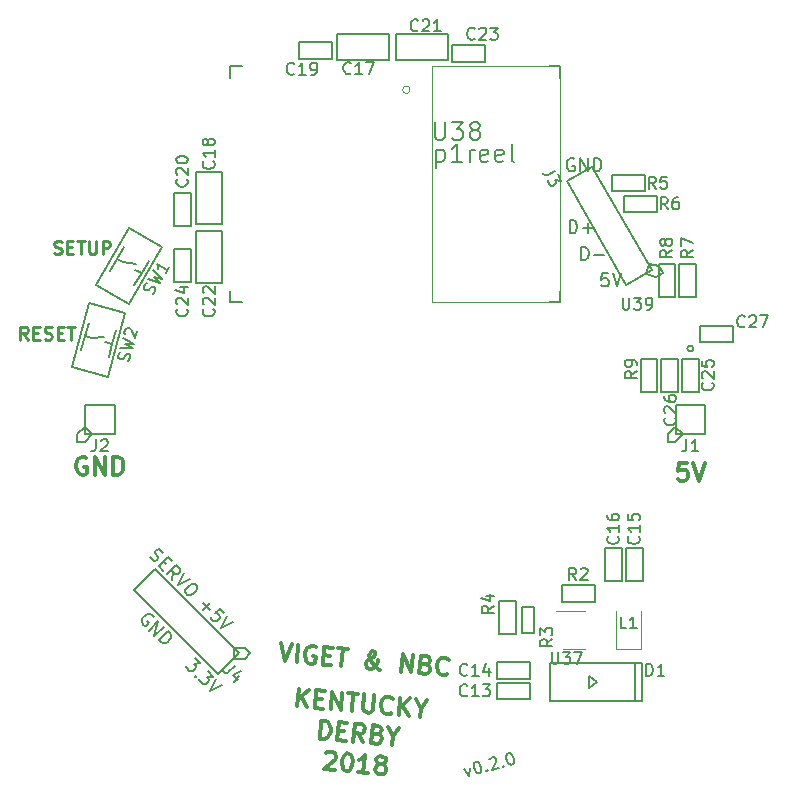
<source format=gbr>
G04 #@! TF.FileFunction,Legend,Top*
%FSLAX46Y46*%
G04 Gerber Fmt 4.6, Leading zero omitted, Abs format (unit mm)*
G04 Created by KiCad (PCBNEW 4.0.7) date Tuesday, April 03, 2018 'AMt' 10:26:05 AM*
%MOMM*%
%LPD*%
G01*
G04 APERTURE LIST*
%ADD10C,0.100000*%
%ADD11C,0.200000*%
%ADD12C,0.275000*%
%ADD13C,0.300000*%
%ADD14C,0.127000*%
%ADD15C,0.120000*%
%ADD16C,0.066040*%
%ADD17C,0.150000*%
%ADD18C,0.152400*%
G04 APERTURE END LIST*
D10*
D11*
X82027741Y-119175846D02*
X82509247Y-119657352D01*
X81953663Y-119694391D01*
X82064780Y-119805508D01*
X82101819Y-119916624D01*
X82101819Y-119990702D01*
X82064780Y-120101819D01*
X81879585Y-120287013D01*
X81768469Y-120324052D01*
X81694391Y-120324052D01*
X81583274Y-120287013D01*
X81361041Y-120064780D01*
X81324002Y-119953663D01*
X81324002Y-119879585D01*
X82138858Y-120694442D02*
X82138858Y-120768520D01*
X82064780Y-120768520D01*
X82064780Y-120694442D01*
X82138858Y-120694442D01*
X82064780Y-120768520D01*
X83138909Y-120287014D02*
X83620415Y-120768520D01*
X83064832Y-120805560D01*
X83175948Y-120916676D01*
X83212987Y-121027793D01*
X83212987Y-121101870D01*
X83175948Y-121212987D01*
X82990754Y-121398181D01*
X82879637Y-121435220D01*
X82805559Y-121435220D01*
X82694442Y-121398181D01*
X82472209Y-121175948D01*
X82435170Y-121064832D01*
X82435170Y-120990754D01*
X83842649Y-120990754D02*
X83324104Y-122027844D01*
X84361194Y-121509298D01*
X82694391Y-114555508D02*
X83287014Y-115148130D01*
X82694391Y-115148130D02*
X83287013Y-114555508D01*
X84509298Y-115407403D02*
X84138909Y-115037014D01*
X83731481Y-115370365D01*
X83805559Y-115370365D01*
X83916676Y-115407404D01*
X84101870Y-115592598D01*
X84138909Y-115703715D01*
X84138909Y-115777793D01*
X84101870Y-115888909D01*
X83916676Y-116074104D01*
X83805559Y-116111142D01*
X83731481Y-116111142D01*
X83620364Y-116074104D01*
X83435170Y-115888909D01*
X83398131Y-115777793D01*
X83398131Y-115703715D01*
X84768571Y-115666676D02*
X84250026Y-116703766D01*
X85287116Y-116185220D01*
X78546286Y-115768469D02*
X78509247Y-115657352D01*
X78398130Y-115546235D01*
X78249975Y-115472158D01*
X78101819Y-115472158D01*
X77990702Y-115509197D01*
X77805508Y-115620313D01*
X77694391Y-115731430D01*
X77583275Y-115916624D01*
X77546236Y-116027741D01*
X77546236Y-116175897D01*
X77620313Y-116324052D01*
X77694391Y-116398130D01*
X77842547Y-116472208D01*
X77916624Y-116472208D01*
X78175897Y-116212935D01*
X78027741Y-116064780D01*
X78175897Y-116879637D02*
X78953715Y-116101819D01*
X78620364Y-117324104D01*
X79398181Y-116546286D01*
X78990754Y-117694493D02*
X79768571Y-116916676D01*
X79953766Y-117101870D01*
X80027843Y-117250026D01*
X80027843Y-117398181D01*
X79990804Y-117509298D01*
X79879687Y-117694493D01*
X79768571Y-117805609D01*
X79583376Y-117916726D01*
X79472259Y-117953765D01*
X79324104Y-117953765D01*
X79175948Y-117879688D01*
X78990754Y-117694493D01*
X78231379Y-110611041D02*
X78305457Y-110759197D01*
X78490651Y-110944391D01*
X78601768Y-110981430D01*
X78675846Y-110981430D01*
X78786963Y-110944391D01*
X78861041Y-110870313D01*
X78898080Y-110759196D01*
X78898080Y-110685118D01*
X78861040Y-110574002D01*
X78749924Y-110388808D01*
X78712885Y-110277691D01*
X78712885Y-110203613D01*
X78749924Y-110092496D01*
X78824002Y-110018418D01*
X78935119Y-109981379D01*
X79009197Y-109981379D01*
X79120313Y-110018418D01*
X79305508Y-110203612D01*
X79379585Y-110351768D01*
X79379585Y-111018469D02*
X79638858Y-111277741D01*
X79342547Y-111796286D02*
X78972158Y-111425897D01*
X79749975Y-110648080D01*
X80120364Y-111018469D01*
X80120364Y-112574104D02*
X80231481Y-111944443D01*
X79675897Y-112129637D02*
X80453715Y-111351819D01*
X80750026Y-111648130D01*
X80787065Y-111759247D01*
X80787065Y-111833325D01*
X80750026Y-111944442D01*
X80638909Y-112055559D01*
X80527792Y-112092598D01*
X80453714Y-112092598D01*
X80342597Y-112055559D01*
X80046286Y-111759248D01*
X81120415Y-112018520D02*
X80601870Y-113055610D01*
X81638960Y-112537065D01*
X82046389Y-112944493D02*
X82194544Y-113092648D01*
X82231583Y-113203765D01*
X82231583Y-113351921D01*
X82120466Y-113537116D01*
X81861194Y-113796388D01*
X81675999Y-113907505D01*
X81527843Y-113907505D01*
X81416726Y-113870466D01*
X81268571Y-113722311D01*
X81231532Y-113611194D01*
X81231532Y-113463038D01*
X81342649Y-113277843D01*
X81601921Y-113018571D01*
X81787116Y-112907454D01*
X81935272Y-112907454D01*
X82046389Y-112944493D01*
X104874698Y-128597628D02*
X105277226Y-129179955D01*
X105334663Y-128474381D01*
X105800347Y-128004509D02*
X105892341Y-127979859D01*
X105996658Y-128001206D01*
X106054980Y-128034878D01*
X106125625Y-128114546D01*
X106220921Y-128286207D01*
X106282544Y-128516190D01*
X106285847Y-128712501D01*
X106264500Y-128816818D01*
X106230828Y-128875139D01*
X106151160Y-128945785D01*
X106059166Y-128970435D01*
X105954849Y-128949088D01*
X105896527Y-128915416D01*
X105825882Y-128835748D01*
X105730586Y-128664087D01*
X105668963Y-128434104D01*
X105665660Y-128237794D01*
X105687007Y-128133476D01*
X105720679Y-128075155D01*
X105800347Y-128004509D01*
X106770460Y-128681247D02*
X106828782Y-128714918D01*
X106795110Y-128773239D01*
X106736789Y-128739568D01*
X106770460Y-128681247D01*
X106795110Y-128773239D01*
X106974908Y-127788384D02*
X107008580Y-127730063D01*
X107088248Y-127659417D01*
X107318231Y-127597793D01*
X107422549Y-127619140D01*
X107480870Y-127652812D01*
X107551515Y-127732480D01*
X107576165Y-127824473D01*
X107567143Y-127974787D01*
X107163081Y-128674642D01*
X107761036Y-128514420D01*
X108150354Y-128311505D02*
X108208675Y-128345177D01*
X108175003Y-128403498D01*
X108116682Y-128369826D01*
X108150354Y-128311505D01*
X108175003Y-128403498D01*
X108560134Y-127265026D02*
X108652128Y-127240377D01*
X108756446Y-127261724D01*
X108814767Y-127295395D01*
X108885413Y-127375064D01*
X108980708Y-127546725D01*
X109042332Y-127776708D01*
X109045634Y-127973018D01*
X109024287Y-128077336D01*
X108990615Y-128135657D01*
X108910947Y-128206303D01*
X108818953Y-128230952D01*
X108714636Y-128209605D01*
X108656315Y-128175933D01*
X108585669Y-128096265D01*
X108490374Y-127924604D01*
X108428750Y-127694621D01*
X108425447Y-127498311D01*
X108446794Y-127393993D01*
X108480466Y-127335672D01*
X108560134Y-127265026D01*
X113780953Y-83247619D02*
X113780953Y-82147619D01*
X114042858Y-82147619D01*
X114200000Y-82200000D01*
X114304762Y-82304762D01*
X114357143Y-82409524D01*
X114409524Y-82619048D01*
X114409524Y-82776190D01*
X114357143Y-82985714D01*
X114304762Y-83090476D01*
X114200000Y-83195238D01*
X114042858Y-83247619D01*
X113780953Y-83247619D01*
X114880953Y-82828571D02*
X115719048Y-82828571D01*
X115300000Y-83247619D02*
X115300000Y-82409524D01*
X114780953Y-85497619D02*
X114780953Y-84397619D01*
X115042858Y-84397619D01*
X115200000Y-84450000D01*
X115304762Y-84554762D01*
X115357143Y-84659524D01*
X115409524Y-84869048D01*
X115409524Y-85026190D01*
X115357143Y-85235714D01*
X115304762Y-85340476D01*
X115200000Y-85445238D01*
X115042858Y-85497619D01*
X114780953Y-85497619D01*
X115880953Y-85078571D02*
X116719048Y-85078571D01*
X117040476Y-86647619D02*
X116516667Y-86647619D01*
X116464286Y-87171429D01*
X116516667Y-87119048D01*
X116621429Y-87066667D01*
X116883333Y-87066667D01*
X116988095Y-87119048D01*
X117040476Y-87171429D01*
X117092857Y-87276190D01*
X117092857Y-87538095D01*
X117040476Y-87642857D01*
X116988095Y-87695238D01*
X116883333Y-87747619D01*
X116621429Y-87747619D01*
X116516667Y-87695238D01*
X116464286Y-87642857D01*
X117407143Y-86647619D02*
X117773810Y-87747619D01*
X118140476Y-86647619D01*
X114161905Y-76950000D02*
X114057143Y-76897619D01*
X113900000Y-76897619D01*
X113742858Y-76950000D01*
X113638096Y-77054762D01*
X113585715Y-77159524D01*
X113533334Y-77369048D01*
X113533334Y-77526190D01*
X113585715Y-77735714D01*
X113638096Y-77840476D01*
X113742858Y-77945238D01*
X113900000Y-77997619D01*
X114004762Y-77997619D01*
X114161905Y-77945238D01*
X114214286Y-77892857D01*
X114214286Y-77526190D01*
X114004762Y-77526190D01*
X114685715Y-77997619D02*
X114685715Y-76897619D01*
X115314286Y-77997619D01*
X115314286Y-76897619D01*
X115838096Y-77997619D02*
X115838096Y-76897619D01*
X116100001Y-76897619D01*
X116257143Y-76950000D01*
X116361905Y-77054762D01*
X116414286Y-77159524D01*
X116466667Y-77369048D01*
X116466667Y-77526190D01*
X116414286Y-77735714D01*
X116361905Y-77840476D01*
X116257143Y-77945238D01*
X116100001Y-77997619D01*
X115838096Y-77997619D01*
D12*
X70142858Y-84945238D02*
X70300001Y-84997619D01*
X70561905Y-84997619D01*
X70666667Y-84945238D01*
X70719048Y-84892857D01*
X70771429Y-84788095D01*
X70771429Y-84683333D01*
X70719048Y-84578571D01*
X70666667Y-84526190D01*
X70561905Y-84473810D01*
X70352382Y-84421429D01*
X70247620Y-84369048D01*
X70195239Y-84316667D01*
X70142858Y-84211905D01*
X70142858Y-84107143D01*
X70195239Y-84002381D01*
X70247620Y-83950000D01*
X70352382Y-83897619D01*
X70614286Y-83897619D01*
X70771429Y-83950000D01*
X71242858Y-84421429D02*
X71609524Y-84421429D01*
X71766667Y-84997619D02*
X71242858Y-84997619D01*
X71242858Y-83897619D01*
X71766667Y-83897619D01*
X72080953Y-83897619D02*
X72709524Y-83897619D01*
X72395239Y-84997619D02*
X72395239Y-83897619D01*
X73076191Y-83897619D02*
X73076191Y-84788095D01*
X73128572Y-84892857D01*
X73180953Y-84945238D01*
X73285715Y-84997619D01*
X73495238Y-84997619D01*
X73600000Y-84945238D01*
X73652381Y-84892857D01*
X73704762Y-84788095D01*
X73704762Y-83897619D01*
X74228572Y-84997619D02*
X74228572Y-83897619D01*
X74647619Y-83897619D01*
X74752381Y-83950000D01*
X74804762Y-84002381D01*
X74857143Y-84107143D01*
X74857143Y-84264286D01*
X74804762Y-84369048D01*
X74752381Y-84421429D01*
X74647619Y-84473810D01*
X74228572Y-84473810D01*
X67902381Y-92247619D02*
X67535715Y-91723810D01*
X67273810Y-92247619D02*
X67273810Y-91147619D01*
X67692857Y-91147619D01*
X67797619Y-91200000D01*
X67850000Y-91252381D01*
X67902381Y-91357143D01*
X67902381Y-91514286D01*
X67850000Y-91619048D01*
X67797619Y-91671429D01*
X67692857Y-91723810D01*
X67273810Y-91723810D01*
X68373810Y-91671429D02*
X68740476Y-91671429D01*
X68897619Y-92247619D02*
X68373810Y-92247619D01*
X68373810Y-91147619D01*
X68897619Y-91147619D01*
X69316667Y-92195238D02*
X69473810Y-92247619D01*
X69735714Y-92247619D01*
X69840476Y-92195238D01*
X69892857Y-92142857D01*
X69945238Y-92038095D01*
X69945238Y-91933333D01*
X69892857Y-91828571D01*
X69840476Y-91776190D01*
X69735714Y-91723810D01*
X69526191Y-91671429D01*
X69421429Y-91619048D01*
X69369048Y-91566667D01*
X69316667Y-91461905D01*
X69316667Y-91357143D01*
X69369048Y-91252381D01*
X69421429Y-91200000D01*
X69526191Y-91147619D01*
X69788095Y-91147619D01*
X69945238Y-91200000D01*
X70416667Y-91671429D02*
X70783333Y-91671429D01*
X70940476Y-92247619D02*
X70416667Y-92247619D01*
X70416667Y-91147619D01*
X70940476Y-91147619D01*
X71254762Y-91147619D02*
X71883333Y-91147619D01*
X71569048Y-92247619D02*
X71569048Y-91147619D01*
D13*
X72857143Y-102250000D02*
X72714286Y-102178571D01*
X72500000Y-102178571D01*
X72285715Y-102250000D01*
X72142857Y-102392857D01*
X72071429Y-102535714D01*
X72000000Y-102821429D01*
X72000000Y-103035714D01*
X72071429Y-103321429D01*
X72142857Y-103464286D01*
X72285715Y-103607143D01*
X72500000Y-103678571D01*
X72642857Y-103678571D01*
X72857143Y-103607143D01*
X72928572Y-103535714D01*
X72928572Y-103035714D01*
X72642857Y-103035714D01*
X73571429Y-103678571D02*
X73571429Y-102178571D01*
X74428572Y-103678571D01*
X74428572Y-102178571D01*
X75142858Y-103678571D02*
X75142858Y-102178571D01*
X75500001Y-102178571D01*
X75714286Y-102250000D01*
X75857144Y-102392857D01*
X75928572Y-102535714D01*
X76000001Y-102821429D01*
X76000001Y-103035714D01*
X75928572Y-103321429D01*
X75857144Y-103464286D01*
X75714286Y-103607143D01*
X75500001Y-103678571D01*
X75142858Y-103678571D01*
X123714287Y-102678571D02*
X123000001Y-102678571D01*
X122928572Y-103392857D01*
X123000001Y-103321429D01*
X123142858Y-103250000D01*
X123500001Y-103250000D01*
X123642858Y-103321429D01*
X123714287Y-103392857D01*
X123785715Y-103535714D01*
X123785715Y-103892857D01*
X123714287Y-104035714D01*
X123642858Y-104107143D01*
X123500001Y-104178571D01*
X123142858Y-104178571D01*
X123000001Y-104107143D01*
X122928572Y-104035714D01*
X124214286Y-102678571D02*
X124714286Y-104178571D01*
X125214286Y-102678571D01*
X90708534Y-123296425D02*
X90839268Y-121802133D01*
X91562415Y-123371130D02*
X90996710Y-122461221D01*
X91693149Y-121876838D02*
X90764563Y-122656014D01*
X92271306Y-122644435D02*
X92769403Y-122688012D01*
X92914394Y-123489413D02*
X92202826Y-123427159D01*
X92333560Y-121932867D01*
X93045128Y-121995121D01*
X93554805Y-123545441D02*
X93685539Y-122051149D01*
X94408686Y-123620146D01*
X94539420Y-122125854D01*
X95037517Y-122169432D02*
X95891398Y-122244137D01*
X95333725Y-123701077D02*
X95464458Y-122206785D01*
X96389496Y-122287715D02*
X96283664Y-123497380D01*
X96342369Y-123645919D01*
X96407301Y-123723302D01*
X96543389Y-123806909D01*
X96828016Y-123831810D01*
X96976556Y-123773105D01*
X97053937Y-123708173D01*
X97137545Y-123572085D01*
X97243377Y-122362420D01*
X98690544Y-123851358D02*
X98613161Y-123916289D01*
X98393465Y-123968769D01*
X98251152Y-123956319D01*
X98043907Y-123866486D01*
X97914044Y-123711722D01*
X97855338Y-123563183D01*
X97809083Y-123272330D01*
X97827759Y-123058860D01*
X97923818Y-122780458D01*
X98007425Y-122644370D01*
X98162190Y-122514508D01*
X98381885Y-122462027D01*
X98524199Y-122474477D01*
X98731444Y-122564311D01*
X98796375Y-122641693D01*
X99318504Y-124049700D02*
X99449237Y-122555408D01*
X100172385Y-124124405D02*
X99606679Y-123214496D01*
X100303118Y-122630113D02*
X99374532Y-123409289D01*
X101159676Y-123493768D02*
X101097422Y-124205335D01*
X100730059Y-122667465D02*
X101159676Y-123493768D01*
X101726253Y-122754621D01*
X92620991Y-126023483D02*
X92751725Y-124529191D01*
X93107509Y-124560318D01*
X93314753Y-124650152D01*
X93444616Y-124804916D01*
X93503322Y-124953455D01*
X93549577Y-125244308D01*
X93530901Y-125457778D01*
X93434842Y-125736180D01*
X93351235Y-125872268D01*
X93196470Y-126002130D01*
X92976775Y-126054610D01*
X92620991Y-126023483D01*
X94183762Y-125371493D02*
X94681860Y-125415071D01*
X94826851Y-126216471D02*
X94115283Y-126154217D01*
X94246017Y-124659925D01*
X94957585Y-124722179D01*
X96321143Y-126347205D02*
X95885300Y-125592060D01*
X95467262Y-126272500D02*
X95597995Y-124778208D01*
X96167249Y-124828011D01*
X96303338Y-124911619D01*
X96368269Y-124989002D01*
X96426975Y-125137541D01*
X96408299Y-125351010D01*
X96324691Y-125487099D01*
X96247309Y-125552030D01*
X96098769Y-125610736D01*
X95529516Y-125560933D01*
X97528131Y-125664087D02*
X97735376Y-125753921D01*
X97800307Y-125831302D01*
X97859013Y-125979841D01*
X97840337Y-126193312D01*
X97756729Y-126329400D01*
X97679347Y-126394331D01*
X97530807Y-126453037D01*
X96961554Y-126403233D01*
X97092287Y-124908941D01*
X97590385Y-124952519D01*
X97726473Y-125036127D01*
X97791404Y-125113510D01*
X97850110Y-125262049D01*
X97837659Y-125404362D01*
X97754052Y-125540450D01*
X97676669Y-125605382D01*
X97528131Y-125664087D01*
X97030033Y-125620509D01*
X98802727Y-125847302D02*
X98740473Y-126558869D01*
X98373109Y-125020999D02*
X98802727Y-125847302D01*
X99369304Y-125108155D01*
X93157437Y-127267830D02*
X93234820Y-127202899D01*
X93383359Y-127144192D01*
X93739143Y-127175319D01*
X93875231Y-127258927D01*
X93940163Y-127336310D01*
X93998868Y-127484849D01*
X93986417Y-127627162D01*
X93896585Y-127834407D01*
X92967999Y-128613583D01*
X93893036Y-128694513D01*
X94948807Y-127281151D02*
X95091121Y-127293602D01*
X95227208Y-127377210D01*
X95292140Y-127454593D01*
X95350847Y-127603132D01*
X95397101Y-127893984D01*
X95365974Y-128249768D01*
X95269916Y-128528169D01*
X95186308Y-128664257D01*
X95108926Y-128729189D01*
X94960387Y-128787894D01*
X94818074Y-128775443D01*
X94681985Y-128691836D01*
X94617054Y-128614454D01*
X94558348Y-128465915D01*
X94512093Y-128175063D01*
X94543220Y-127819279D01*
X94639279Y-127540877D01*
X94722886Y-127404789D01*
X94800268Y-127339858D01*
X94948807Y-127281151D01*
X96739306Y-128943529D02*
X95885424Y-128868824D01*
X96312366Y-128906177D02*
X96443099Y-127411885D01*
X96282110Y-127612905D01*
X96127344Y-127742767D01*
X95978806Y-127801474D01*
X97667892Y-128164354D02*
X97531803Y-128080746D01*
X97466872Y-128003363D01*
X97408166Y-127854825D01*
X97414391Y-127783668D01*
X97497999Y-127647580D01*
X97575381Y-127582649D01*
X97723921Y-127523942D01*
X98008547Y-127548844D01*
X98144635Y-127632452D01*
X98209567Y-127709835D01*
X98268272Y-127858373D01*
X98262047Y-127929529D01*
X98178440Y-128065617D01*
X98101057Y-128130549D01*
X97952519Y-128189256D01*
X97667892Y-128164354D01*
X97519352Y-128223059D01*
X97441970Y-128287991D01*
X97358363Y-128424079D01*
X97333461Y-128708706D01*
X97392167Y-128857245D01*
X97457098Y-128934627D01*
X97593187Y-129018234D01*
X97877814Y-129043136D01*
X98026353Y-128984431D01*
X98103735Y-128919499D01*
X98187342Y-128783411D01*
X98212244Y-128498784D01*
X98153538Y-128350245D01*
X98088607Y-128272863D01*
X97952519Y-128189256D01*
X89311669Y-117954351D02*
X89679033Y-119492221D01*
X90307863Y-118041507D01*
X90675227Y-119579377D02*
X90805961Y-118085085D01*
X92294027Y-118286976D02*
X92157939Y-118203368D01*
X91944469Y-118184691D01*
X91724774Y-118237173D01*
X91570009Y-118367035D01*
X91486402Y-118503123D01*
X91390343Y-118781525D01*
X91371667Y-118994995D01*
X91417922Y-119285848D01*
X91476628Y-119434387D01*
X91606491Y-119589151D01*
X91813735Y-119678984D01*
X91956049Y-119691434D01*
X92175745Y-119638954D01*
X92253127Y-119574023D01*
X92296705Y-119075925D01*
X92012077Y-119051024D01*
X92949567Y-118989641D02*
X93447664Y-119033218D01*
X93592655Y-119834619D02*
X92881087Y-119772365D01*
X93011821Y-118278073D01*
X93723389Y-118340327D01*
X94150329Y-118377679D02*
X95004210Y-118452384D01*
X94446536Y-119909324D02*
X94577270Y-118415032D01*
X97719747Y-120195693D02*
X97648590Y-120189467D01*
X97512502Y-120105860D01*
X97317708Y-119873713D01*
X96999276Y-119415646D01*
X96875639Y-119189725D01*
X96823159Y-118970029D01*
X96835610Y-118827715D01*
X96919217Y-118691627D01*
X97067756Y-118632921D01*
X97138913Y-118639146D01*
X97275001Y-118722754D01*
X97333707Y-118871293D01*
X97327482Y-118942450D01*
X97243874Y-119078538D01*
X97166491Y-119143469D01*
X96714649Y-119390745D01*
X96637267Y-119455675D01*
X96553660Y-119591763D01*
X96534984Y-119805234D01*
X96593689Y-119953773D01*
X96658621Y-120031155D01*
X96794709Y-120114762D01*
X97008179Y-120133439D01*
X97156718Y-120074733D01*
X97234101Y-120009801D01*
X97472472Y-119743851D01*
X97562305Y-119536606D01*
X97574756Y-119394292D01*
X99498666Y-120351328D02*
X99629400Y-118857036D01*
X100352547Y-120426033D01*
X100483281Y-118931741D01*
X101630692Y-119749141D02*
X101837937Y-119838974D01*
X101902868Y-119916356D01*
X101961575Y-120064895D01*
X101942898Y-120278365D01*
X101859290Y-120414453D01*
X101781909Y-120479385D01*
X101633369Y-120538090D01*
X101064115Y-120488287D01*
X101194849Y-118993995D01*
X101692946Y-119037573D01*
X101829034Y-119121181D01*
X101893966Y-119198563D01*
X101952671Y-119347102D01*
X101940221Y-119489416D01*
X101856614Y-119625504D01*
X101779231Y-119690435D01*
X101630692Y-119749141D01*
X101132595Y-119705563D01*
X103424740Y-120551412D02*
X103347357Y-120616344D01*
X103127661Y-120668824D01*
X102985348Y-120656373D01*
X102778103Y-120566541D01*
X102648240Y-120411776D01*
X102589534Y-120263238D01*
X102543279Y-119972384D01*
X102561955Y-119758915D01*
X102658014Y-119480512D01*
X102741621Y-119344424D01*
X102896386Y-119214562D01*
X103116081Y-119162081D01*
X103258395Y-119174532D01*
X103465640Y-119264365D01*
X103530571Y-119341748D01*
D11*
X124250000Y-93000000D02*
G75*
G03X124250000Y-93000000I-250000J0D01*
G01*
D14*
X107600460Y-121301500D02*
X107600460Y-122698500D01*
X107600460Y-122698500D02*
X110399540Y-122698500D01*
X110399540Y-122698500D02*
X110399540Y-121301500D01*
X110399540Y-121301500D02*
X107600460Y-121301500D01*
X107600460Y-119551500D02*
X107600460Y-120948500D01*
X107600460Y-120948500D02*
X110399540Y-120948500D01*
X110399540Y-120948500D02*
X110399540Y-119551500D01*
X110399540Y-119551500D02*
X107600460Y-119551500D01*
X118551500Y-112649540D02*
X119948500Y-112649540D01*
X119948500Y-112649540D02*
X119948500Y-109850460D01*
X119948500Y-109850460D02*
X118551500Y-109850460D01*
X118551500Y-109850460D02*
X118551500Y-112649540D01*
X116801500Y-112649540D02*
X118198500Y-112649540D01*
X118198500Y-112649540D02*
X118198500Y-109850460D01*
X118198500Y-109850460D02*
X116801500Y-109850460D01*
X116801500Y-109850460D02*
X116801500Y-112649540D01*
X98449640Y-68599820D02*
X98449640Y-66400180D01*
X98449640Y-66400180D02*
X94050360Y-66400180D01*
X94050360Y-66400180D02*
X94050360Y-68599820D01*
X94050360Y-68599820D02*
X98449640Y-68599820D01*
X82150180Y-82449640D02*
X84349820Y-82449640D01*
X84349820Y-82449640D02*
X84349820Y-78050360D01*
X84349820Y-78050360D02*
X82150180Y-78050360D01*
X82150180Y-78050360D02*
X82150180Y-82449640D01*
X93649540Y-68448500D02*
X93649540Y-67051500D01*
X93649540Y-67051500D02*
X90850460Y-67051500D01*
X90850460Y-67051500D02*
X90850460Y-68448500D01*
X90850460Y-68448500D02*
X93649540Y-68448500D01*
X80301500Y-82649540D02*
X81698500Y-82649540D01*
X81698500Y-82649540D02*
X81698500Y-79850460D01*
X81698500Y-79850460D02*
X80301500Y-79850460D01*
X80301500Y-79850460D02*
X80301500Y-82649540D01*
X99050360Y-66400180D02*
X99050360Y-68599820D01*
X99050360Y-68599820D02*
X103449640Y-68599820D01*
X103449640Y-68599820D02*
X103449640Y-66400180D01*
X103449640Y-66400180D02*
X99050360Y-66400180D01*
X82150180Y-87449640D02*
X84349820Y-87449640D01*
X84349820Y-87449640D02*
X84349820Y-83050360D01*
X84349820Y-83050360D02*
X82150180Y-83050360D01*
X82150180Y-83050360D02*
X82150180Y-87449640D01*
X103850460Y-67301500D02*
X103850460Y-68698500D01*
X103850460Y-68698500D02*
X106649540Y-68698500D01*
X106649540Y-68698500D02*
X106649540Y-67301500D01*
X106649540Y-67301500D02*
X103850460Y-67301500D01*
X80301500Y-87399540D02*
X81698500Y-87399540D01*
X81698500Y-87399540D02*
X81698500Y-84600460D01*
X81698500Y-84600460D02*
X80301500Y-84600460D01*
X80301500Y-84600460D02*
X80301500Y-87399540D01*
X124698500Y-93850460D02*
X123301500Y-93850460D01*
X123301500Y-93850460D02*
X123301500Y-96649540D01*
X123301500Y-96649540D02*
X124698500Y-96649540D01*
X124698500Y-96649540D02*
X124698500Y-93850460D01*
X122948500Y-93850460D02*
X121551500Y-93850460D01*
X121551500Y-93850460D02*
X121551500Y-96649540D01*
X121551500Y-96649540D02*
X122948500Y-96649540D01*
X122948500Y-96649540D02*
X122948500Y-93850460D01*
X124849760Y-91051500D02*
X124849760Y-92448500D01*
X124849760Y-92448500D02*
X127648840Y-92448500D01*
X127648840Y-92448500D02*
X127648840Y-91051500D01*
X127648840Y-91051500D02*
X124849760Y-91051500D01*
X119342149Y-122803416D02*
X112143789Y-122803416D01*
X112143789Y-122803416D02*
X112143789Y-119608096D01*
X112143789Y-119608096D02*
X119342149Y-119608096D01*
X119342149Y-119608096D02*
X119342149Y-122803416D01*
X116090949Y-121205756D02*
X115394989Y-121703596D01*
X115394989Y-121703596D02*
X115394989Y-120707916D01*
X115394989Y-120707916D02*
X116090949Y-121205756D01*
X119941589Y-122803416D02*
X119342149Y-122803416D01*
X119342149Y-122803416D02*
X119342149Y-119608096D01*
X119342149Y-119608096D02*
X119941589Y-119608096D01*
X119941589Y-119608096D02*
X119941589Y-122803416D01*
X122750320Y-97750320D02*
X125249680Y-97750320D01*
X125249680Y-97750320D02*
X125249680Y-100249680D01*
X125249680Y-100249680D02*
X122750320Y-100249680D01*
X122750320Y-100249680D02*
X122750320Y-97750320D01*
X122095000Y-100905000D02*
X122095000Y-100270000D01*
X122095000Y-100270000D02*
X122730000Y-99635000D01*
X122730000Y-99635000D02*
X123365000Y-100270000D01*
X123365000Y-100270000D02*
X122730000Y-100905000D01*
X122730000Y-100905000D02*
X122095000Y-100905000D01*
X72750320Y-97750320D02*
X75249680Y-97750320D01*
X75249680Y-97750320D02*
X75249680Y-100249680D01*
X75249680Y-100249680D02*
X72750320Y-100249680D01*
X72750320Y-100249680D02*
X72750320Y-97750320D01*
X72095000Y-100905000D02*
X72095000Y-100270000D01*
X72095000Y-100270000D02*
X72730000Y-99635000D01*
X72730000Y-99635000D02*
X73365000Y-100270000D01*
X73365000Y-100270000D02*
X72730000Y-100905000D01*
X72730000Y-100905000D02*
X72095000Y-100905000D01*
D15*
X117690000Y-118450000D02*
X119810000Y-118450000D01*
X117690000Y-115250000D02*
X117690000Y-118450000D01*
X119810000Y-118450000D02*
X119810000Y-115250000D01*
D14*
X113100460Y-113051500D02*
X113100460Y-114448500D01*
X113100460Y-114448500D02*
X115899540Y-114448500D01*
X115899540Y-114448500D02*
X115899540Y-113051500D01*
X115899540Y-113051500D02*
X113100460Y-113051500D01*
X110798640Y-114900180D02*
X109701360Y-114900180D01*
X109701360Y-114900180D02*
X109701360Y-117099820D01*
X109701360Y-117099820D02*
X110798640Y-117099820D01*
X110798640Y-117099820D02*
X110798640Y-114900180D01*
X107801500Y-117149540D02*
X109198500Y-117149540D01*
X109198500Y-117149540D02*
X109198500Y-114350460D01*
X109198500Y-114350460D02*
X107801500Y-114350460D01*
X107801500Y-114350460D02*
X107801500Y-117149540D01*
X120149540Y-79698500D02*
X120149540Y-78301500D01*
X120149540Y-78301500D02*
X117350460Y-78301500D01*
X117350460Y-78301500D02*
X117350460Y-79698500D01*
X117350460Y-79698500D02*
X120149540Y-79698500D01*
X121149540Y-81448500D02*
X121149540Y-80051500D01*
X121149540Y-80051500D02*
X118350460Y-80051500D01*
X118350460Y-80051500D02*
X118350460Y-81448500D01*
X118350460Y-81448500D02*
X121149540Y-81448500D01*
X124448500Y-85850460D02*
X123051500Y-85850460D01*
X123051500Y-85850460D02*
X123051500Y-88649540D01*
X123051500Y-88649540D02*
X124448500Y-88649540D01*
X124448500Y-88649540D02*
X124448500Y-85850460D01*
X122698500Y-85850460D02*
X121301500Y-85850460D01*
X121301500Y-85850460D02*
X121301500Y-88649540D01*
X121301500Y-88649540D02*
X122698500Y-88649540D01*
X122698500Y-88649540D02*
X122698500Y-85850460D01*
X121198500Y-93850460D02*
X119801500Y-93850460D01*
X119801500Y-93850460D02*
X119801500Y-96649540D01*
X119801500Y-96649540D02*
X121198500Y-96649540D01*
X121198500Y-96649540D02*
X121198500Y-93850460D01*
X79273154Y-84384756D02*
X76474074Y-89232904D01*
X76474074Y-89232904D02*
X73706846Y-87635244D01*
X73706846Y-87635244D02*
X76505926Y-82787096D01*
X76505926Y-82787096D02*
X79273154Y-84384756D01*
X78127701Y-85571179D02*
X77528261Y-86609440D01*
X77528261Y-86609440D02*
X76928821Y-87647701D01*
X76051179Y-84372299D02*
X75451739Y-85410560D01*
X75451739Y-85410560D02*
X74852299Y-86448821D01*
X75451739Y-85410560D02*
X75970870Y-85710280D01*
X77528261Y-86609440D02*
X77009130Y-86309720D01*
X75970870Y-85710280D02*
X77034744Y-85864036D01*
X76157676Y-89989801D02*
X74708766Y-95397208D01*
X74708766Y-95397208D02*
X71622324Y-94570199D01*
X71622324Y-94570199D02*
X73071234Y-89162792D01*
X73071234Y-89162792D02*
X76157676Y-89989801D01*
X75358322Y-91432264D02*
X75048029Y-92590293D01*
X75048029Y-92590293D02*
X74737736Y-93748322D01*
X73042264Y-90811678D02*
X72731971Y-91969707D01*
X72731971Y-91969707D02*
X72421678Y-93127736D01*
X72731971Y-91969707D02*
X73310985Y-92124854D01*
X75048029Y-92590293D02*
X74469015Y-92435146D01*
X73310985Y-92124854D02*
X74378404Y-91998020D01*
D15*
X113250000Y-118410000D02*
X115050000Y-118410000D01*
X115050000Y-115190000D02*
X112600000Y-115190000D01*
D16*
X102099280Y-69100000D02*
X102099280Y-89099960D01*
X102099280Y-89099960D02*
X112998420Y-89099960D01*
X112998420Y-69100000D02*
X112998420Y-89099960D01*
X102099280Y-69100000D02*
X112998420Y-69100000D01*
X102099280Y-69100000D02*
X102099280Y-89099960D01*
X102099280Y-89099960D02*
X112998420Y-89099960D01*
X112998420Y-69100000D02*
X112998420Y-89099960D01*
X102099280Y-69100000D02*
X112998420Y-69100000D01*
D14*
X111997660Y-69100000D02*
X112998420Y-69100000D01*
X112998420Y-69100000D02*
X112998420Y-70098220D01*
X112998420Y-88099200D02*
X112998420Y-89099960D01*
X112998420Y-89099960D02*
X111997660Y-89099960D01*
X85998220Y-69100000D02*
X85000000Y-69100000D01*
X85000000Y-69100000D02*
X85000000Y-70098220D01*
X85998220Y-89099960D02*
X85000000Y-89099960D01*
X85000000Y-89099960D02*
X85000000Y-88099200D01*
D10*
X100262860Y-71098980D02*
G75*
G03X100262860Y-71098980I-314960J0D01*
G01*
D14*
X118582585Y-87606503D02*
X113522905Y-78842881D01*
X113522905Y-78842881D02*
X115687415Y-77593201D01*
X115687415Y-77593201D02*
X120747095Y-86356823D01*
X120747095Y-86356823D02*
X118582585Y-87606503D01*
X121642278Y-86596687D02*
X121324778Y-86046761D01*
X121324778Y-86046761D02*
X120457352Y-85814335D01*
X120457352Y-85814335D02*
X120224926Y-86681761D01*
X120224926Y-86681761D02*
X121092352Y-86914187D01*
X121092352Y-86914187D02*
X121642278Y-86596687D01*
X84046051Y-120563365D02*
X76890583Y-113407897D01*
X76890583Y-113407897D02*
X78657897Y-111640583D01*
X78657897Y-111640583D02*
X85813365Y-118796051D01*
X85813365Y-118796051D02*
X84046051Y-120563365D01*
X86740128Y-118796051D02*
X86291115Y-118347038D01*
X86291115Y-118347038D02*
X85393089Y-118347038D01*
X85393089Y-118347038D02*
X85393089Y-119245064D01*
X85393089Y-119245064D02*
X86291115Y-119245064D01*
X86291115Y-119245064D02*
X86740128Y-118796051D01*
D17*
X118261905Y-88702381D02*
X118261905Y-89511905D01*
X118309524Y-89607143D01*
X118357143Y-89654762D01*
X118452381Y-89702381D01*
X118642858Y-89702381D01*
X118738096Y-89654762D01*
X118785715Y-89607143D01*
X118833334Y-89511905D01*
X118833334Y-88702381D01*
X119214286Y-88702381D02*
X119833334Y-88702381D01*
X119500000Y-89083333D01*
X119642858Y-89083333D01*
X119738096Y-89130952D01*
X119785715Y-89178571D01*
X119833334Y-89273810D01*
X119833334Y-89511905D01*
X119785715Y-89607143D01*
X119738096Y-89654762D01*
X119642858Y-89702381D01*
X119357143Y-89702381D01*
X119261905Y-89654762D01*
X119214286Y-89607143D01*
X120309524Y-89702381D02*
X120500000Y-89702381D01*
X120595239Y-89654762D01*
X120642858Y-89607143D01*
X120738096Y-89464286D01*
X120785715Y-89273810D01*
X120785715Y-88892857D01*
X120738096Y-88797619D01*
X120690477Y-88750000D01*
X120595239Y-88702381D01*
X120404762Y-88702381D01*
X120309524Y-88750000D01*
X120261905Y-88797619D01*
X120214286Y-88892857D01*
X120214286Y-89130952D01*
X120261905Y-89226190D01*
X120309524Y-89273810D01*
X120404762Y-89321429D01*
X120595239Y-89321429D01*
X120690477Y-89273810D01*
X120738096Y-89226190D01*
X120785715Y-89130952D01*
D18*
X105096857Y-122362857D02*
X105048476Y-122411238D01*
X104903333Y-122459619D01*
X104806571Y-122459619D01*
X104661429Y-122411238D01*
X104564667Y-122314476D01*
X104516286Y-122217714D01*
X104467905Y-122024190D01*
X104467905Y-121879048D01*
X104516286Y-121685524D01*
X104564667Y-121588762D01*
X104661429Y-121492000D01*
X104806571Y-121443619D01*
X104903333Y-121443619D01*
X105048476Y-121492000D01*
X105096857Y-121540381D01*
X106064476Y-122459619D02*
X105483905Y-122459619D01*
X105774191Y-122459619D02*
X105774191Y-121443619D01*
X105677429Y-121588762D01*
X105580667Y-121685524D01*
X105483905Y-121733905D01*
X106403143Y-121443619D02*
X107032095Y-121443619D01*
X106693429Y-121830667D01*
X106838571Y-121830667D01*
X106935333Y-121879048D01*
X106983714Y-121927429D01*
X107032095Y-122024190D01*
X107032095Y-122266095D01*
X106983714Y-122362857D01*
X106935333Y-122411238D01*
X106838571Y-122459619D01*
X106548286Y-122459619D01*
X106451524Y-122411238D01*
X106403143Y-122362857D01*
X105096857Y-120612857D02*
X105048476Y-120661238D01*
X104903333Y-120709619D01*
X104806571Y-120709619D01*
X104661429Y-120661238D01*
X104564667Y-120564476D01*
X104516286Y-120467714D01*
X104467905Y-120274190D01*
X104467905Y-120129048D01*
X104516286Y-119935524D01*
X104564667Y-119838762D01*
X104661429Y-119742000D01*
X104806571Y-119693619D01*
X104903333Y-119693619D01*
X105048476Y-119742000D01*
X105096857Y-119790381D01*
X106064476Y-120709619D02*
X105483905Y-120709619D01*
X105774191Y-120709619D02*
X105774191Y-119693619D01*
X105677429Y-119838762D01*
X105580667Y-119935524D01*
X105483905Y-119983905D01*
X106935333Y-120032286D02*
X106935333Y-120709619D01*
X106693429Y-119645238D02*
X106451524Y-120370952D01*
X107080476Y-120370952D01*
X119612857Y-108903143D02*
X119661238Y-108951524D01*
X119709619Y-109096667D01*
X119709619Y-109193429D01*
X119661238Y-109338571D01*
X119564476Y-109435333D01*
X119467714Y-109483714D01*
X119274190Y-109532095D01*
X119129048Y-109532095D01*
X118935524Y-109483714D01*
X118838762Y-109435333D01*
X118742000Y-109338571D01*
X118693619Y-109193429D01*
X118693619Y-109096667D01*
X118742000Y-108951524D01*
X118790381Y-108903143D01*
X119709619Y-107935524D02*
X119709619Y-108516095D01*
X119709619Y-108225809D02*
X118693619Y-108225809D01*
X118838762Y-108322571D01*
X118935524Y-108419333D01*
X118983905Y-108516095D01*
X118693619Y-107016286D02*
X118693619Y-107500095D01*
X119177429Y-107548476D01*
X119129048Y-107500095D01*
X119080667Y-107403333D01*
X119080667Y-107161429D01*
X119129048Y-107064667D01*
X119177429Y-107016286D01*
X119274190Y-106967905D01*
X119516095Y-106967905D01*
X119612857Y-107016286D01*
X119661238Y-107064667D01*
X119709619Y-107161429D01*
X119709619Y-107403333D01*
X119661238Y-107500095D01*
X119612857Y-107548476D01*
X117862857Y-108903143D02*
X117911238Y-108951524D01*
X117959619Y-109096667D01*
X117959619Y-109193429D01*
X117911238Y-109338571D01*
X117814476Y-109435333D01*
X117717714Y-109483714D01*
X117524190Y-109532095D01*
X117379048Y-109532095D01*
X117185524Y-109483714D01*
X117088762Y-109435333D01*
X116992000Y-109338571D01*
X116943619Y-109193429D01*
X116943619Y-109096667D01*
X116992000Y-108951524D01*
X117040381Y-108903143D01*
X117959619Y-107935524D02*
X117959619Y-108516095D01*
X117959619Y-108225809D02*
X116943619Y-108225809D01*
X117088762Y-108322571D01*
X117185524Y-108419333D01*
X117233905Y-108516095D01*
X116943619Y-107064667D02*
X116943619Y-107258190D01*
X116992000Y-107354952D01*
X117040381Y-107403333D01*
X117185524Y-107500095D01*
X117379048Y-107548476D01*
X117766095Y-107548476D01*
X117862857Y-107500095D01*
X117911238Y-107451714D01*
X117959619Y-107354952D01*
X117959619Y-107161429D01*
X117911238Y-107064667D01*
X117862857Y-107016286D01*
X117766095Y-106967905D01*
X117524190Y-106967905D01*
X117427429Y-107016286D01*
X117379048Y-107064667D01*
X117330667Y-107161429D01*
X117330667Y-107354952D01*
X117379048Y-107451714D01*
X117427429Y-107500095D01*
X117524190Y-107548476D01*
X95259037Y-69668797D02*
X95210656Y-69717178D01*
X95065513Y-69765559D01*
X94968751Y-69765559D01*
X94823609Y-69717178D01*
X94726847Y-69620416D01*
X94678466Y-69523654D01*
X94630085Y-69330130D01*
X94630085Y-69184988D01*
X94678466Y-68991464D01*
X94726847Y-68894702D01*
X94823609Y-68797940D01*
X94968751Y-68749559D01*
X95065513Y-68749559D01*
X95210656Y-68797940D01*
X95259037Y-68846321D01*
X96226656Y-69765559D02*
X95646085Y-69765559D01*
X95936371Y-69765559D02*
X95936371Y-68749559D01*
X95839609Y-68894702D01*
X95742847Y-68991464D01*
X95646085Y-69039845D01*
X96565323Y-68749559D02*
X97242656Y-68749559D01*
X96807228Y-69765559D01*
X83612857Y-77153143D02*
X83661238Y-77201524D01*
X83709619Y-77346667D01*
X83709619Y-77443429D01*
X83661238Y-77588571D01*
X83564476Y-77685333D01*
X83467714Y-77733714D01*
X83274190Y-77782095D01*
X83129048Y-77782095D01*
X82935524Y-77733714D01*
X82838762Y-77685333D01*
X82742000Y-77588571D01*
X82693619Y-77443429D01*
X82693619Y-77346667D01*
X82742000Y-77201524D01*
X82790381Y-77153143D01*
X83709619Y-76185524D02*
X83709619Y-76766095D01*
X83709619Y-76475809D02*
X82693619Y-76475809D01*
X82838762Y-76572571D01*
X82935524Y-76669333D01*
X82983905Y-76766095D01*
X83129048Y-75604952D02*
X83080667Y-75701714D01*
X83032286Y-75750095D01*
X82935524Y-75798476D01*
X82887143Y-75798476D01*
X82790381Y-75750095D01*
X82742000Y-75701714D01*
X82693619Y-75604952D01*
X82693619Y-75411429D01*
X82742000Y-75314667D01*
X82790381Y-75266286D01*
X82887143Y-75217905D01*
X82935524Y-75217905D01*
X83032286Y-75266286D01*
X83080667Y-75314667D01*
X83129048Y-75411429D01*
X83129048Y-75604952D01*
X83177429Y-75701714D01*
X83225810Y-75750095D01*
X83322571Y-75798476D01*
X83516095Y-75798476D01*
X83612857Y-75750095D01*
X83661238Y-75701714D01*
X83709619Y-75604952D01*
X83709619Y-75411429D01*
X83661238Y-75314667D01*
X83612857Y-75266286D01*
X83516095Y-75217905D01*
X83322571Y-75217905D01*
X83225810Y-75266286D01*
X83177429Y-75314667D01*
X83129048Y-75411429D01*
X90458937Y-69720677D02*
X90410556Y-69769058D01*
X90265413Y-69817439D01*
X90168651Y-69817439D01*
X90023509Y-69769058D01*
X89926747Y-69672296D01*
X89878366Y-69575534D01*
X89829985Y-69382010D01*
X89829985Y-69236868D01*
X89878366Y-69043344D01*
X89926747Y-68946582D01*
X90023509Y-68849820D01*
X90168651Y-68801439D01*
X90265413Y-68801439D01*
X90410556Y-68849820D01*
X90458937Y-68898201D01*
X91426556Y-69817439D02*
X90845985Y-69817439D01*
X91136271Y-69817439D02*
X91136271Y-68801439D01*
X91039509Y-68946582D01*
X90942747Y-69043344D01*
X90845985Y-69091725D01*
X91910366Y-69817439D02*
X92103890Y-69817439D01*
X92200651Y-69769058D01*
X92249032Y-69720677D01*
X92345794Y-69575534D01*
X92394175Y-69382010D01*
X92394175Y-68994963D01*
X92345794Y-68898201D01*
X92297413Y-68849820D01*
X92200651Y-68801439D01*
X92007128Y-68801439D01*
X91910366Y-68849820D01*
X91861985Y-68898201D01*
X91813604Y-68994963D01*
X91813604Y-69236868D01*
X91861985Y-69333630D01*
X91910366Y-69382010D01*
X92007128Y-69430391D01*
X92200651Y-69430391D01*
X92297413Y-69382010D01*
X92345794Y-69333630D01*
X92394175Y-69236868D01*
X81362857Y-78653143D02*
X81411238Y-78701524D01*
X81459619Y-78846667D01*
X81459619Y-78943429D01*
X81411238Y-79088571D01*
X81314476Y-79185333D01*
X81217714Y-79233714D01*
X81024190Y-79282095D01*
X80879048Y-79282095D01*
X80685524Y-79233714D01*
X80588762Y-79185333D01*
X80492000Y-79088571D01*
X80443619Y-78943429D01*
X80443619Y-78846667D01*
X80492000Y-78701524D01*
X80540381Y-78653143D01*
X80540381Y-78266095D02*
X80492000Y-78217714D01*
X80443619Y-78120952D01*
X80443619Y-77879048D01*
X80492000Y-77782286D01*
X80540381Y-77733905D01*
X80637143Y-77685524D01*
X80733905Y-77685524D01*
X80879048Y-77733905D01*
X81459619Y-78314476D01*
X81459619Y-77685524D01*
X80443619Y-77056571D02*
X80443619Y-76959810D01*
X80492000Y-76863048D01*
X80540381Y-76814667D01*
X80637143Y-76766286D01*
X80830667Y-76717905D01*
X81072571Y-76717905D01*
X81266095Y-76766286D01*
X81362857Y-76814667D01*
X81411238Y-76863048D01*
X81459619Y-76959810D01*
X81459619Y-77056571D01*
X81411238Y-77153333D01*
X81362857Y-77201714D01*
X81266095Y-77250095D01*
X81072571Y-77298476D01*
X80830667Y-77298476D01*
X80637143Y-77250095D01*
X80540381Y-77201714D01*
X80492000Y-77153333D01*
X80443619Y-77056571D01*
X100934677Y-66056917D02*
X100886296Y-66105298D01*
X100741153Y-66153679D01*
X100644391Y-66153679D01*
X100499249Y-66105298D01*
X100402487Y-66008536D01*
X100354106Y-65911774D01*
X100305725Y-65718250D01*
X100305725Y-65573108D01*
X100354106Y-65379584D01*
X100402487Y-65282822D01*
X100499249Y-65186060D01*
X100644391Y-65137679D01*
X100741153Y-65137679D01*
X100886296Y-65186060D01*
X100934677Y-65234441D01*
X101321725Y-65234441D02*
X101370106Y-65186060D01*
X101466868Y-65137679D01*
X101708772Y-65137679D01*
X101805534Y-65186060D01*
X101853915Y-65234441D01*
X101902296Y-65331203D01*
X101902296Y-65427965D01*
X101853915Y-65573108D01*
X101273344Y-66153679D01*
X101902296Y-66153679D01*
X102869915Y-66153679D02*
X102289344Y-66153679D01*
X102579630Y-66153679D02*
X102579630Y-65137679D01*
X102482868Y-65282822D01*
X102386106Y-65379584D01*
X102289344Y-65427965D01*
X83612857Y-89653143D02*
X83661238Y-89701524D01*
X83709619Y-89846667D01*
X83709619Y-89943429D01*
X83661238Y-90088571D01*
X83564476Y-90185333D01*
X83467714Y-90233714D01*
X83274190Y-90282095D01*
X83129048Y-90282095D01*
X82935524Y-90233714D01*
X82838762Y-90185333D01*
X82742000Y-90088571D01*
X82693619Y-89943429D01*
X82693619Y-89846667D01*
X82742000Y-89701524D01*
X82790381Y-89653143D01*
X82790381Y-89266095D02*
X82742000Y-89217714D01*
X82693619Y-89120952D01*
X82693619Y-88879048D01*
X82742000Y-88782286D01*
X82790381Y-88733905D01*
X82887143Y-88685524D01*
X82983905Y-88685524D01*
X83129048Y-88733905D01*
X83709619Y-89314476D01*
X83709619Y-88685524D01*
X82790381Y-88298476D02*
X82742000Y-88250095D01*
X82693619Y-88153333D01*
X82693619Y-87911429D01*
X82742000Y-87814667D01*
X82790381Y-87766286D01*
X82887143Y-87717905D01*
X82983905Y-87717905D01*
X83129048Y-87766286D01*
X83709619Y-88346857D01*
X83709619Y-87717905D01*
X105734777Y-66755037D02*
X105686396Y-66803418D01*
X105541253Y-66851799D01*
X105444491Y-66851799D01*
X105299349Y-66803418D01*
X105202587Y-66706656D01*
X105154206Y-66609894D01*
X105105825Y-66416370D01*
X105105825Y-66271228D01*
X105154206Y-66077704D01*
X105202587Y-65980942D01*
X105299349Y-65884180D01*
X105444491Y-65835799D01*
X105541253Y-65835799D01*
X105686396Y-65884180D01*
X105734777Y-65932561D01*
X106121825Y-65932561D02*
X106170206Y-65884180D01*
X106266968Y-65835799D01*
X106508872Y-65835799D01*
X106605634Y-65884180D01*
X106654015Y-65932561D01*
X106702396Y-66029323D01*
X106702396Y-66126085D01*
X106654015Y-66271228D01*
X106073444Y-66851799D01*
X106702396Y-66851799D01*
X107041063Y-65835799D02*
X107670015Y-65835799D01*
X107331349Y-66222847D01*
X107476491Y-66222847D01*
X107573253Y-66271228D01*
X107621634Y-66319609D01*
X107670015Y-66416370D01*
X107670015Y-66658275D01*
X107621634Y-66755037D01*
X107573253Y-66803418D01*
X107476491Y-66851799D01*
X107186206Y-66851799D01*
X107089444Y-66803418D01*
X107041063Y-66755037D01*
X81362857Y-89653143D02*
X81411238Y-89701524D01*
X81459619Y-89846667D01*
X81459619Y-89943429D01*
X81411238Y-90088571D01*
X81314476Y-90185333D01*
X81217714Y-90233714D01*
X81024190Y-90282095D01*
X80879048Y-90282095D01*
X80685524Y-90233714D01*
X80588762Y-90185333D01*
X80492000Y-90088571D01*
X80443619Y-89943429D01*
X80443619Y-89846667D01*
X80492000Y-89701524D01*
X80540381Y-89653143D01*
X80540381Y-89266095D02*
X80492000Y-89217714D01*
X80443619Y-89120952D01*
X80443619Y-88879048D01*
X80492000Y-88782286D01*
X80540381Y-88733905D01*
X80637143Y-88685524D01*
X80733905Y-88685524D01*
X80879048Y-88733905D01*
X81459619Y-89314476D01*
X81459619Y-88685524D01*
X80782286Y-87814667D02*
X81459619Y-87814667D01*
X80395238Y-88056571D02*
X81120952Y-88298476D01*
X81120952Y-87669524D01*
X125862857Y-95903143D02*
X125911238Y-95951524D01*
X125959619Y-96096667D01*
X125959619Y-96193429D01*
X125911238Y-96338571D01*
X125814476Y-96435333D01*
X125717714Y-96483714D01*
X125524190Y-96532095D01*
X125379048Y-96532095D01*
X125185524Y-96483714D01*
X125088762Y-96435333D01*
X124992000Y-96338571D01*
X124943619Y-96193429D01*
X124943619Y-96096667D01*
X124992000Y-95951524D01*
X125040381Y-95903143D01*
X125040381Y-95516095D02*
X124992000Y-95467714D01*
X124943619Y-95370952D01*
X124943619Y-95129048D01*
X124992000Y-95032286D01*
X125040381Y-94983905D01*
X125137143Y-94935524D01*
X125233905Y-94935524D01*
X125379048Y-94983905D01*
X125959619Y-95564476D01*
X125959619Y-94935524D01*
X124943619Y-94016286D02*
X124943619Y-94500095D01*
X125427429Y-94548476D01*
X125379048Y-94500095D01*
X125330667Y-94403333D01*
X125330667Y-94161429D01*
X125379048Y-94064667D01*
X125427429Y-94016286D01*
X125524190Y-93967905D01*
X125766095Y-93967905D01*
X125862857Y-94016286D01*
X125911238Y-94064667D01*
X125959619Y-94161429D01*
X125959619Y-94403333D01*
X125911238Y-94500095D01*
X125862857Y-94548476D01*
X122682857Y-98853143D02*
X122731238Y-98901524D01*
X122779619Y-99046667D01*
X122779619Y-99143429D01*
X122731238Y-99288571D01*
X122634476Y-99385333D01*
X122537714Y-99433714D01*
X122344190Y-99482095D01*
X122199048Y-99482095D01*
X122005524Y-99433714D01*
X121908762Y-99385333D01*
X121812000Y-99288571D01*
X121763619Y-99143429D01*
X121763619Y-99046667D01*
X121812000Y-98901524D01*
X121860381Y-98853143D01*
X121860381Y-98466095D02*
X121812000Y-98417714D01*
X121763619Y-98320952D01*
X121763619Y-98079048D01*
X121812000Y-97982286D01*
X121860381Y-97933905D01*
X121957143Y-97885524D01*
X122053905Y-97885524D01*
X122199048Y-97933905D01*
X122779619Y-98514476D01*
X122779619Y-97885524D01*
X121763619Y-97014667D02*
X121763619Y-97208190D01*
X121812000Y-97304952D01*
X121860381Y-97353333D01*
X122005524Y-97450095D01*
X122199048Y-97498476D01*
X122586095Y-97498476D01*
X122682857Y-97450095D01*
X122731238Y-97401714D01*
X122779619Y-97304952D01*
X122779619Y-97111429D01*
X122731238Y-97014667D01*
X122682857Y-96966286D01*
X122586095Y-96917905D01*
X122344190Y-96917905D01*
X122247429Y-96966286D01*
X122199048Y-97014667D01*
X122150667Y-97111429D01*
X122150667Y-97304952D01*
X122199048Y-97401714D01*
X122247429Y-97450095D01*
X122344190Y-97498476D01*
X128596157Y-91112857D02*
X128547776Y-91161238D01*
X128402633Y-91209619D01*
X128305871Y-91209619D01*
X128160729Y-91161238D01*
X128063967Y-91064476D01*
X128015586Y-90967714D01*
X127967205Y-90774190D01*
X127967205Y-90629048D01*
X128015586Y-90435524D01*
X128063967Y-90338762D01*
X128160729Y-90242000D01*
X128305871Y-90193619D01*
X128402633Y-90193619D01*
X128547776Y-90242000D01*
X128596157Y-90290381D01*
X128983205Y-90290381D02*
X129031586Y-90242000D01*
X129128348Y-90193619D01*
X129370252Y-90193619D01*
X129467014Y-90242000D01*
X129515395Y-90290381D01*
X129563776Y-90387143D01*
X129563776Y-90483905D01*
X129515395Y-90629048D01*
X128934824Y-91209619D01*
X129563776Y-91209619D01*
X129902443Y-90193619D02*
X130579776Y-90193619D01*
X130144348Y-91209619D01*
X120250096Y-120709619D02*
X120250096Y-119693619D01*
X120492001Y-119693619D01*
X120637143Y-119742000D01*
X120733905Y-119838762D01*
X120782286Y-119935524D01*
X120830667Y-120129048D01*
X120830667Y-120274190D01*
X120782286Y-120467714D01*
X120733905Y-120564476D01*
X120637143Y-120661238D01*
X120492001Y-120709619D01*
X120250096Y-120709619D01*
X121798286Y-120709619D02*
X121217715Y-120709619D01*
X121508001Y-120709619D02*
X121508001Y-119693619D01*
X121411239Y-119838762D01*
X121314477Y-119935524D01*
X121217715Y-119983905D01*
X123661333Y-100693619D02*
X123661333Y-101419333D01*
X123612953Y-101564476D01*
X123516191Y-101661238D01*
X123371048Y-101709619D01*
X123274286Y-101709619D01*
X124677333Y-101709619D02*
X124096762Y-101709619D01*
X124387048Y-101709619D02*
X124387048Y-100693619D01*
X124290286Y-100838762D01*
X124193524Y-100935524D01*
X124096762Y-100983905D01*
X73661333Y-100693619D02*
X73661333Y-101419333D01*
X73612953Y-101564476D01*
X73516191Y-101661238D01*
X73371048Y-101709619D01*
X73274286Y-101709619D01*
X74096762Y-100790381D02*
X74145143Y-100742000D01*
X74241905Y-100693619D01*
X74483809Y-100693619D01*
X74580571Y-100742000D01*
X74628952Y-100790381D01*
X74677333Y-100887143D01*
X74677333Y-100983905D01*
X74628952Y-101129048D01*
X74048381Y-101709619D01*
X74677333Y-101709619D01*
D17*
X118583334Y-116702381D02*
X118107143Y-116702381D01*
X118107143Y-115702381D01*
X119440477Y-116702381D02*
X118869048Y-116702381D01*
X119154762Y-116702381D02*
X119154762Y-115702381D01*
X119059524Y-115845238D01*
X118964286Y-115940476D01*
X118869048Y-115988095D01*
D18*
X114330667Y-112601799D02*
X113992001Y-112117990D01*
X113750096Y-112601799D02*
X113750096Y-111585799D01*
X114137143Y-111585799D01*
X114233905Y-111634180D01*
X114282286Y-111682561D01*
X114330667Y-111779323D01*
X114330667Y-111924466D01*
X114282286Y-112021228D01*
X114233905Y-112069609D01*
X114137143Y-112117990D01*
X113750096Y-112117990D01*
X114717715Y-111682561D02*
X114766096Y-111634180D01*
X114862858Y-111585799D01*
X115104762Y-111585799D01*
X115201524Y-111634180D01*
X115249905Y-111682561D01*
X115298286Y-111779323D01*
X115298286Y-111876085D01*
X115249905Y-112021228D01*
X114669334Y-112601799D01*
X115298286Y-112601799D01*
X112317439Y-117606973D02*
X111833630Y-117945639D01*
X112317439Y-118187544D02*
X111301439Y-118187544D01*
X111301439Y-117800497D01*
X111349820Y-117703735D01*
X111398201Y-117655354D01*
X111494963Y-117606973D01*
X111640106Y-117606973D01*
X111736868Y-117655354D01*
X111785249Y-117703735D01*
X111833630Y-117800497D01*
X111833630Y-118187544D01*
X111301439Y-117268306D02*
X111301439Y-116639354D01*
X111688487Y-116978020D01*
X111688487Y-116832878D01*
X111736868Y-116736116D01*
X111785249Y-116687735D01*
X111882010Y-116639354D01*
X112123915Y-116639354D01*
X112220677Y-116687735D01*
X112269058Y-116736116D01*
X112317439Y-116832878D01*
X112317439Y-117123163D01*
X112269058Y-117219925D01*
X112220677Y-117268306D01*
X107351799Y-114781413D02*
X106867990Y-115120079D01*
X107351799Y-115361984D02*
X106335799Y-115361984D01*
X106335799Y-114974937D01*
X106384180Y-114878175D01*
X106432561Y-114829794D01*
X106529323Y-114781413D01*
X106674466Y-114781413D01*
X106771228Y-114829794D01*
X106819609Y-114878175D01*
X106867990Y-114974937D01*
X106867990Y-115361984D01*
X106674466Y-113910556D02*
X107351799Y-113910556D01*
X106287418Y-114152460D02*
X107013132Y-114394365D01*
X107013132Y-113765413D01*
X121080667Y-79459619D02*
X120742001Y-78975810D01*
X120500096Y-79459619D02*
X120500096Y-78443619D01*
X120887143Y-78443619D01*
X120983905Y-78492000D01*
X121032286Y-78540381D01*
X121080667Y-78637143D01*
X121080667Y-78782286D01*
X121032286Y-78879048D01*
X120983905Y-78927429D01*
X120887143Y-78975810D01*
X120500096Y-78975810D01*
X121999905Y-78443619D02*
X121516096Y-78443619D01*
X121467715Y-78927429D01*
X121516096Y-78879048D01*
X121612858Y-78830667D01*
X121854762Y-78830667D01*
X121951524Y-78879048D01*
X121999905Y-78927429D01*
X122048286Y-79024190D01*
X122048286Y-79266095D01*
X121999905Y-79362857D01*
X121951524Y-79411238D01*
X121854762Y-79459619D01*
X121612858Y-79459619D01*
X121516096Y-79411238D01*
X121467715Y-79362857D01*
X122080667Y-81209619D02*
X121742001Y-80725810D01*
X121500096Y-81209619D02*
X121500096Y-80193619D01*
X121887143Y-80193619D01*
X121983905Y-80242000D01*
X122032286Y-80290381D01*
X122080667Y-80387143D01*
X122080667Y-80532286D01*
X122032286Y-80629048D01*
X121983905Y-80677429D01*
X121887143Y-80725810D01*
X121500096Y-80725810D01*
X122951524Y-80193619D02*
X122758001Y-80193619D01*
X122661239Y-80242000D01*
X122612858Y-80290381D01*
X122516096Y-80435524D01*
X122467715Y-80629048D01*
X122467715Y-81016095D01*
X122516096Y-81112857D01*
X122564477Y-81161238D01*
X122661239Y-81209619D01*
X122854762Y-81209619D01*
X122951524Y-81161238D01*
X122999905Y-81112857D01*
X123048286Y-81016095D01*
X123048286Y-80774190D01*
X122999905Y-80677429D01*
X122951524Y-80629048D01*
X122854762Y-80580667D01*
X122661239Y-80580667D01*
X122564477Y-80629048D01*
X122516096Y-80677429D01*
X122467715Y-80774190D01*
X124209619Y-84669333D02*
X123725810Y-85007999D01*
X124209619Y-85249904D02*
X123193619Y-85249904D01*
X123193619Y-84862857D01*
X123242000Y-84766095D01*
X123290381Y-84717714D01*
X123387143Y-84669333D01*
X123532286Y-84669333D01*
X123629048Y-84717714D01*
X123677429Y-84766095D01*
X123725810Y-84862857D01*
X123725810Y-85249904D01*
X123193619Y-84330666D02*
X123193619Y-83653333D01*
X124209619Y-84088761D01*
X122459619Y-84669333D02*
X121975810Y-85007999D01*
X122459619Y-85249904D02*
X121443619Y-85249904D01*
X121443619Y-84862857D01*
X121492000Y-84766095D01*
X121540381Y-84717714D01*
X121637143Y-84669333D01*
X121782286Y-84669333D01*
X121879048Y-84717714D01*
X121927429Y-84766095D01*
X121975810Y-84862857D01*
X121975810Y-85249904D01*
X121879048Y-84088761D02*
X121830667Y-84185523D01*
X121782286Y-84233904D01*
X121685524Y-84282285D01*
X121637143Y-84282285D01*
X121540381Y-84233904D01*
X121492000Y-84185523D01*
X121443619Y-84088761D01*
X121443619Y-83895238D01*
X121492000Y-83798476D01*
X121540381Y-83750095D01*
X121637143Y-83701714D01*
X121685524Y-83701714D01*
X121782286Y-83750095D01*
X121830667Y-83798476D01*
X121879048Y-83895238D01*
X121879048Y-84088761D01*
X121927429Y-84185523D01*
X121975810Y-84233904D01*
X122072571Y-84282285D01*
X122266095Y-84282285D01*
X122362857Y-84233904D01*
X122411238Y-84185523D01*
X122459619Y-84088761D01*
X122459619Y-83895238D01*
X122411238Y-83798476D01*
X122362857Y-83750095D01*
X122266095Y-83701714D01*
X122072571Y-83701714D01*
X121975810Y-83750095D01*
X121927429Y-83798476D01*
X121879048Y-83895238D01*
X119459619Y-94919333D02*
X118975810Y-95257999D01*
X119459619Y-95499904D02*
X118443619Y-95499904D01*
X118443619Y-95112857D01*
X118492000Y-95016095D01*
X118540381Y-94967714D01*
X118637143Y-94919333D01*
X118782286Y-94919333D01*
X118879048Y-94967714D01*
X118927429Y-95016095D01*
X118975810Y-95112857D01*
X118975810Y-95499904D01*
X119459619Y-94435523D02*
X119459619Y-94241999D01*
X119411238Y-94145238D01*
X119362857Y-94096857D01*
X119217714Y-94000095D01*
X119024190Y-93951714D01*
X118637143Y-93951714D01*
X118540381Y-94000095D01*
X118492000Y-94048476D01*
X118443619Y-94145238D01*
X118443619Y-94338761D01*
X118492000Y-94435523D01*
X118540381Y-94483904D01*
X118637143Y-94532285D01*
X118879048Y-94532285D01*
X118975810Y-94483904D01*
X119024190Y-94435523D01*
X119072571Y-94338761D01*
X119072571Y-94145238D01*
X119024190Y-94048476D01*
X118975810Y-94000095D01*
X118879048Y-93951714D01*
X78469458Y-88417914D02*
X78583928Y-88316407D01*
X78704880Y-88106912D01*
X78711362Y-87998923D01*
X78693653Y-87932834D01*
X78634046Y-87842553D01*
X78550247Y-87794172D01*
X78442258Y-87787691D01*
X78376169Y-87805399D01*
X78285889Y-87865008D01*
X78147229Y-88008413D01*
X78056948Y-88068021D01*
X77990859Y-88085729D01*
X77882870Y-88079248D01*
X77799072Y-88030867D01*
X77739464Y-87940586D01*
X77721755Y-87874497D01*
X77728237Y-87766508D01*
X77849189Y-87557013D01*
X77963660Y-87455506D01*
X78091094Y-87138021D02*
X79091928Y-87436525D01*
X78560203Y-86906072D01*
X79285452Y-87101333D01*
X78526522Y-86383837D01*
X79866023Y-86095753D02*
X79575738Y-86598543D01*
X79720881Y-86347148D02*
X78840999Y-85839148D01*
X78918315Y-85995517D01*
X78953733Y-86127697D01*
X78947251Y-86235686D01*
X76425224Y-94093545D02*
X76509522Y-93965870D01*
X76572132Y-93732208D01*
X76550443Y-93626221D01*
X76516232Y-93566967D01*
X76435290Y-93495191D01*
X76341825Y-93470147D01*
X76235838Y-93491836D01*
X76176583Y-93526046D01*
X76104808Y-93606989D01*
X76007988Y-93781396D01*
X75936212Y-93862339D01*
X75876957Y-93896550D01*
X75770971Y-93918238D01*
X75677506Y-93893195D01*
X75596563Y-93821418D01*
X75562352Y-93762164D01*
X75540664Y-93656177D01*
X75603273Y-93422516D01*
X75687571Y-93294840D01*
X75728492Y-92955191D02*
X76772482Y-92984489D01*
X76121584Y-92609732D01*
X76872658Y-92610630D01*
X75953887Y-92114008D01*
X76135005Y-91811925D02*
X76100794Y-91752670D01*
X76079106Y-91646683D01*
X76141715Y-91413022D01*
X76213491Y-91332079D01*
X76272746Y-91297868D01*
X76378733Y-91276180D01*
X76472198Y-91301224D01*
X76599873Y-91385522D01*
X77010399Y-92096573D01*
X77173183Y-91489052D01*
D17*
X112261905Y-118702381D02*
X112261905Y-119511905D01*
X112309524Y-119607143D01*
X112357143Y-119654762D01*
X112452381Y-119702381D01*
X112642858Y-119702381D01*
X112738096Y-119654762D01*
X112785715Y-119607143D01*
X112833334Y-119511905D01*
X112833334Y-118702381D01*
X113214286Y-118702381D02*
X113833334Y-118702381D01*
X113500000Y-119083333D01*
X113642858Y-119083333D01*
X113738096Y-119130952D01*
X113785715Y-119178571D01*
X113833334Y-119273810D01*
X113833334Y-119511905D01*
X113785715Y-119607143D01*
X113738096Y-119654762D01*
X113642858Y-119702381D01*
X113357143Y-119702381D01*
X113261905Y-119654762D01*
X113214286Y-119607143D01*
X114166667Y-118702381D02*
X114833334Y-118702381D01*
X114404762Y-119702381D01*
X102353143Y-73815429D02*
X102353143Y-75049143D01*
X102425715Y-75194286D01*
X102498286Y-75266857D01*
X102643429Y-75339429D01*
X102933715Y-75339429D01*
X103078857Y-75266857D01*
X103151429Y-75194286D01*
X103224000Y-75049143D01*
X103224000Y-73815429D01*
X103804571Y-73815429D02*
X104748000Y-73815429D01*
X104240000Y-74396000D01*
X104457714Y-74396000D01*
X104602857Y-74468571D01*
X104675428Y-74541143D01*
X104748000Y-74686286D01*
X104748000Y-75049143D01*
X104675428Y-75194286D01*
X104602857Y-75266857D01*
X104457714Y-75339429D01*
X104022286Y-75339429D01*
X103877143Y-75266857D01*
X103804571Y-75194286D01*
X105618857Y-74468571D02*
X105473715Y-74396000D01*
X105401143Y-74323429D01*
X105328572Y-74178286D01*
X105328572Y-74105714D01*
X105401143Y-73960571D01*
X105473715Y-73888000D01*
X105618857Y-73815429D01*
X105909143Y-73815429D01*
X106054286Y-73888000D01*
X106126857Y-73960571D01*
X106199429Y-74105714D01*
X106199429Y-74178286D01*
X106126857Y-74323429D01*
X106054286Y-74396000D01*
X105909143Y-74468571D01*
X105618857Y-74468571D01*
X105473715Y-74541143D01*
X105401143Y-74613714D01*
X105328572Y-74758857D01*
X105328572Y-75049143D01*
X105401143Y-75194286D01*
X105473715Y-75266857D01*
X105618857Y-75339429D01*
X105909143Y-75339429D01*
X106054286Y-75266857D01*
X106126857Y-75194286D01*
X106199429Y-75049143D01*
X106199429Y-74758857D01*
X106126857Y-74613714D01*
X106054286Y-74541143D01*
X105909143Y-74468571D01*
X102470571Y-76153429D02*
X102470571Y-77677429D01*
X102470571Y-76226000D02*
X102615714Y-76153429D01*
X102906000Y-76153429D01*
X103051143Y-76226000D01*
X103123714Y-76298571D01*
X103196285Y-76443714D01*
X103196285Y-76879143D01*
X103123714Y-77024286D01*
X103051143Y-77096857D01*
X102906000Y-77169429D01*
X102615714Y-77169429D01*
X102470571Y-77096857D01*
X104647714Y-77169429D02*
X103776857Y-77169429D01*
X104212285Y-77169429D02*
X104212285Y-75645429D01*
X104067142Y-75863143D01*
X103922000Y-76008286D01*
X103776857Y-76080857D01*
X105300857Y-77169429D02*
X105300857Y-76153429D01*
X105300857Y-76443714D02*
X105373429Y-76298571D01*
X105446000Y-76226000D01*
X105591143Y-76153429D01*
X105736286Y-76153429D01*
X106824858Y-77096857D02*
X106679715Y-77169429D01*
X106389429Y-77169429D01*
X106244286Y-77096857D01*
X106171715Y-76951714D01*
X106171715Y-76371143D01*
X106244286Y-76226000D01*
X106389429Y-76153429D01*
X106679715Y-76153429D01*
X106824858Y-76226000D01*
X106897429Y-76371143D01*
X106897429Y-76516286D01*
X106171715Y-76661429D01*
X108131144Y-77096857D02*
X107986001Y-77169429D01*
X107695715Y-77169429D01*
X107550572Y-77096857D01*
X107478001Y-76951714D01*
X107478001Y-76371143D01*
X107550572Y-76226000D01*
X107695715Y-76153429D01*
X107986001Y-76153429D01*
X108131144Y-76226000D01*
X108203715Y-76371143D01*
X108203715Y-76516286D01*
X107478001Y-76661429D01*
X109074572Y-77169429D02*
X108929430Y-77096857D01*
X108856858Y-76951714D01*
X108856858Y-75645429D01*
D18*
X112562507Y-77928515D02*
X111934020Y-78291372D01*
X111784132Y-78322045D01*
X111651953Y-78286628D01*
X111537482Y-78185121D01*
X111489101Y-78101323D01*
X112756031Y-78263709D02*
X113070507Y-78808397D01*
X112565980Y-78708628D01*
X112638551Y-78834324D01*
X112645033Y-78942313D01*
X112627324Y-79008403D01*
X112567717Y-79098683D01*
X112358221Y-79219635D01*
X112250233Y-79226117D01*
X112184143Y-79208408D01*
X112093863Y-79148800D01*
X111948720Y-78897406D01*
X111942238Y-78789417D01*
X111959947Y-78723328D01*
X85403947Y-119867105D02*
X84890790Y-120380263D01*
X84753948Y-120448685D01*
X84617106Y-120448685D01*
X84480264Y-120380263D01*
X84411843Y-120311842D01*
X85814473Y-120756579D02*
X85335526Y-121235525D01*
X85917105Y-120311842D02*
X85232895Y-120653947D01*
X85677631Y-121098683D01*
M02*

</source>
